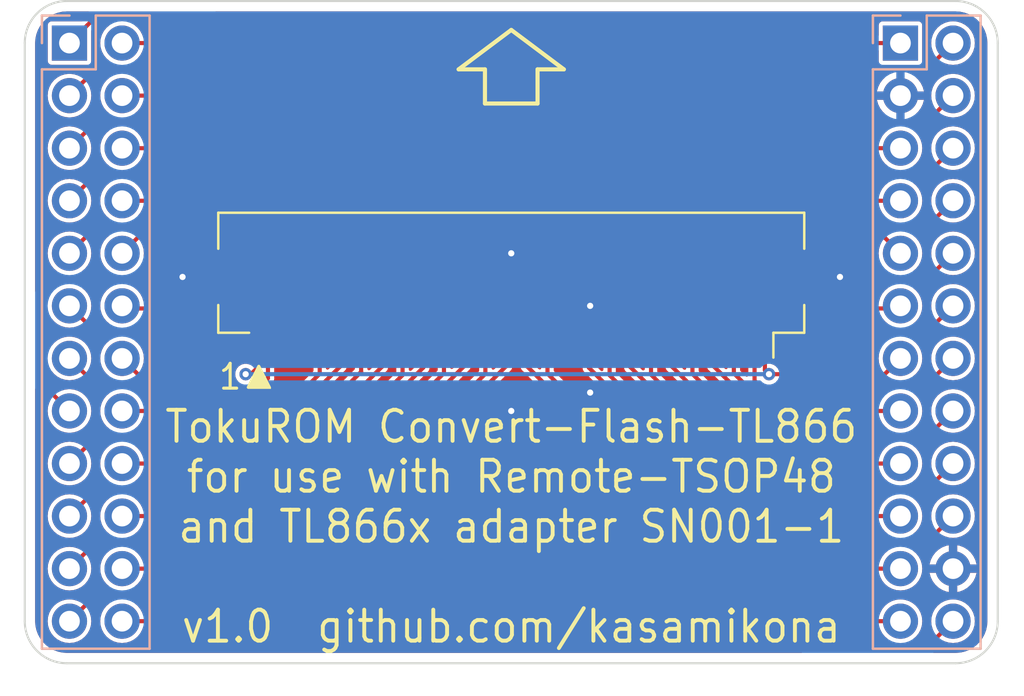
<source format=kicad_pcb>
(kicad_pcb (version 20221018) (generator pcbnew)
  (title_block (title "TokuROM Convert-Flash-TL866") (rev "1.0") (company "github.com/kasamikona/TokuROM"))
  (layers (0 "F.Cu" signal) (31 "B.Cu" signal) (34 "B.Paste" user) (35 "F.Paste" user) (36 "B.SilkS" user "B.Silkscreen") (37 "F.SilkS" user "F.Silkscreen") (38 "B.Mask" user) (39 "F.Mask" user) (44 "Edge.Cuts" user))
  (net 0 "")
  (net 1 "/A17")
  (net 2 "/A8")
  (net 3 "/A7")
  (net 4 "/A9")
  (net 5 "/A6")
  (net 6 "/A10")
  (net 7 "/A5")
  (net 8 "/A11")
  (net 9 "/A4")
  (net 10 "/A12")
  (net 11 "/A3")
  (net 12 "/A13")
  (net 13 "/A2")
  (net 14 "/A14")
  (net 15 "/A1")
  (net 16 "/A15")
  (net 17 "/A0")
  (net 18 "/A16")
  (net 19 "/CE")
  (net 20 "/BYTE")
  (net 21 "/GND")
  (net 22 "/OE")
  (net 23 "/D15")
  (net 24 "/D0")
  (net 25 "/D7")
  (net 26 "/D8")
  (net 27 "/D14")
  (net 28 "/D1")
  (net 29 "/D6")
  (net 30 "/D9")
  (net 31 "/D13")
  (net 32 "/D2")
  (net 33 "/D5")
  (net 34 "/D10")
  (net 35 "/D12")
  (net 36 "/D3")
  (net 37 "/D4")
  (net 38 "/D11")
  (net 39 "/VCC")
  (net 40 "/_RYBY")
  (net 41 "/A21")
  (net 42 "/A18")
  (net 43 "/A19")
  (net 44 "/A20")
  (net 45 "/_RESET")
  (net 47 "/_WE")
  (net 48 "/_WPACC")
  (footprint "Tokurom-Parts:FFC-50" (layer "F.Cu") (at 38.1 29.21 180)
    (fp_text reference "J1" hide)
    (fp_text value "FFC-50")
    (fp_line (start -14.15 -1.3) (end -14.15 0.04) (stroke (width 0.12)) (layer "F.SilkS"))
    (fp_line (start -14.15 2.76) (end -14.15 4.5) (stroke (width 0.12)) (layer "F.SilkS"))
    (fp_line (start -14.15 4.5) (end 14.15 4.5) (stroke (width 0.12)) (layer "F.SilkS"))
    (fp_line (start -12.66 -1.3) (end -14.15 -1.3) (stroke (width 0.12)) (layer "F.SilkS"))
    (fp_line (start -12.66 -1.3) (end -12.66 -2.5) (stroke (width 0.12)) (layer "F.SilkS"))
    (fp_line (start 12.66 -1.3) (end 14.15 -1.3) (stroke (width 0.12)) (layer "F.SilkS"))
    (fp_line (start 14.15 -1.3) (end 14.15 0.04) (stroke (width 0.12)) (layer "F.SilkS"))
    (fp_line (start 14.15 4.5) (end 14.15 2.76) (stroke (width 0.12)) (layer "F.SilkS"))
    (pad "1" smd rect (at -12.25 -1.85 180) (size 0.3 1.3) (layers "F.Cu" "F.Paste" "F.Mask") (net 39 "/VCC"))
    (pad "2" smd rect (at -11.75 -1.85 180) (size 0.3 1.3) (layers "F.Cu" "F.Paste" "F.Mask") (net 38 "/D11"))
    (pad "3" smd rect (at -11.25 -1.85 180) (size 0.3 1.3) (layers "F.Cu" "F.Paste" "F.Mask") (net 37 "/D4"))
    (pad "4" smd rect (at -10.75 -1.85 180) (size 0.3 1.3) (layers "F.Cu" "F.Paste" "F.Mask") (net 36 "/D3"))
    (pad "5" smd rect (at -10.25 -1.85 180) (size 0.3 1.3) (layers "F.Cu" "F.Paste" "F.Mask") (net 35 "/D12"))
    (pad "6" smd rect (at -9.75 -1.85 180) (size 0.3 1.3) (layers "F.Cu" "F.Paste" "F.Mask") (net 34 "/D10"))
    (pad "7" smd rect (at -9.25 -1.85 180) (size 0.3 1.3) (layers "F.Cu" "F.Paste" "F.Mask") (net 33 "/D5"))
    (pad "8" smd rect (at -8.75 -1.85 180) (size 0.3 1.3) (layers "F.Cu" "F.Paste" "F.Mask") (net 32 "/D2"))
    (pad "9" smd rect (at -8.25 -1.85 180) (size 0.3 1.3) (layers "F.Cu" "F.Paste" "F.Mask") (net 31 "/D13"))
    (pad "10" smd rect (at -7.75 -1.85 180) (size 0.3 1.3) (layers "F.Cu" "F.Paste" "F.Mask") (net 30 "/D9"))
    (pad "11" smd rect (at -7.25 -1.85 180) (size 0.3 1.3) (layers "F.Cu" "F.Paste" "F.Mask") (net 29 "/D6"))
    (pad "12" smd rect (at -6.75 -1.85 180) (size 0.3 1.3) (layers "F.Cu" "F.Paste" "F.Mask") (net 28 "/D1"))
    (pad "13" smd rect (at -6.25 -1.85 180) (size 0.3 1.3) (layers "F.Cu" "F.Paste" "F.Mask") (net 27 "/D14"))
    (pad "14" smd rect (at -5.75 -1.85 180) (size 0.3 1.3) (layers "F.Cu" "F.Paste" "F.Mask") (net 26 "/D8"))
    (pad "15" smd rect (at -5.25 -1.85 180) (size 0.3 1.3) (layers "F.Cu" "F.Paste" "F.Mask") (net 25 "/D7"))
    (pad "16" smd rect (at -4.75 -1.85 180) (size 0.3 1.3) (layers "F.Cu" "F.Paste" "F.Mask") (net 24 "/D0"))
    (pad "17" smd rect (at -4.25 -1.85 180) (size 0.3 1.3) (layers "F.Cu" "F.Paste" "F.Mask") (net 23 "/D15"))
    (pad "18" smd rect (at -3.75 -1.85 180) (size 0.3 1.3) (layers "F.Cu" "F.Paste" "F.Mask") (net 22 "/OE"))
    (pad "19" smd rect (at -3.25 -1.85 180) (size 0.3 1.3) (layers "F.Cu" "F.Paste" "F.Mask") (net 21 "/GND"))
    (pad "20" smd rect (at -2.75 -1.85 180) (size 0.3 1.3) (layers "F.Cu" "F.Paste" "F.Mask") (net 21 "/GND"))
    (pad "21" smd rect (at -2.25 -1.85 180) (size 0.3 1.3) (layers "F.Cu" "F.Paste" "F.Mask") (net 20 "/BYTE"))
    (pad "22" smd rect (at -1.75 -1.85 180) (size 0.3 1.3) (layers "F.Cu" "F.Paste" "F.Mask") (net 19 "/CE"))
    (pad "23" smd rect (at -1.25 -1.85 180) (size 0.3 1.3) (layers "F.Cu" "F.Paste" "F.Mask") (net 18 "/A16"))
    (pad "24" smd rect (at -0.75 -1.85 180) (size 0.3 1.3) (layers "F.Cu" "F.Paste" "F.Mask") (net 17 "/A0"))
    (pad "25" smd rect (at -0.25 -1.85 180) (size 0.3 1.3) (layers "F.Cu" "F.Paste" "F.Mask") (net 16 "/A15"))
    (pad "26" smd rect (at 0.25 -1.85 180) (size 0.3 1.3) (layers "F.Cu" "F.Paste" "F.Mask") (net 15 "/A1"))
    (pad "27" smd rect (at 0.75 -1.85 180) (size 0.3 1.3) (layers "F.Cu" "F.Paste" "F.Mask") (net 14 "/A14"))
    (pad "28" smd rect (at 1.25 -1.85 180) (size 0.3 1.3) (layers "F.Cu" "F.Paste" "F.Mask") (net 13 "/A2"))
    (pad "29" smd rect (at 1.75 -1.85 180) (size 0.3 1.3) (layers "F.Cu" "F.Paste" "F.Mask") (net 12 "/A13"))
    (pad "30" smd rect (at 2.25 -1.85 180) (size 0.3 1.3) (layers "F.Cu" "F.Paste" "F.Mask") (net 11 "/A3"))
    (pad "31" smd rect (at 2.75 -1.85 180) (size 0.3 1.3) (layers "F.Cu" "F.Paste" "F.Mask") (net 10 "/A12"))
    (pad "32" smd rect (at 3.25 -1.85 180) (size 0.3 1.3) (layers "F.Cu" "F.Paste" "F.Mask") (net 9 "/A4"))
    (pad "33" smd rect (at 3.75 -1.85 180) (size 0.3 1.3) (layers "F.Cu" "F.Paste" "F.Mask") (net 8 "/A11"))
    (pad "34" smd rect (at 4.25 -1.85 180) (size 0.3 1.3) (layers "F.Cu" "F.Paste" "F.Mask") (net 7 "/A5"))
    (pad "35" smd rect (at 4.75 -1.85 180) (size 0.3 1.3) (layers "F.Cu" "F.Paste" "F.Mask") (net 6 "/A10"))
    (pad "36" smd rect (at 5.25 -1.85 180) (size 0.3 1.3) (layers "F.Cu" "F.Paste" "F.Mask") (net 5 "/A6"))
    (pad "37" smd rect (at 5.75 -1.85 180) (size 0.3 1.3) (layers "F.Cu" "F.Paste" "F.Mask") (net 4 "/A9"))
    (pad "38" smd rect (at 6.25 -1.85 180) (size 0.3 1.3) (layers "F.Cu" "F.Paste" "F.Mask") (net 3 "/A7"))
    (pad "39" smd rect (at 6.75 -1.85 180) (size 0.3 1.3) (layers "F.Cu" "F.Paste" "F.Mask") (net 2 "/A8"))
    (pad "40" smd rect (at 7.25 -1.85 180) (size 0.3 1.3) (layers "F.Cu" "F.Paste" "F.Mask") (net 1 "/A17"))
    (pad "41" smd rect (at 7.75 -1.85 180) (size 0.3 1.3) (layers "F.Cu" "F.Paste" "F.Mask") (net 43 "/A19"))
    (pad "42" smd rect (at 8.25 -1.85 180) (size 0.3 1.3) (layers "F.Cu" "F.Paste" "F.Mask") (net 42 "/A18"))
    (pad "43" smd rect (at 8.75 -1.85 180) (size 0.3 1.3) (layers "F.Cu" "F.Paste" "F.Mask") (net 44 "/A20"))
    (pad "44" smd rect (at 9.25 -1.85 180) (size 0.3 1.3) (layers "F.Cu" "F.Paste" "F.Mask") (net 41 "/A21"))
    (pad "45" smd rect (at 9.75 -1.85 180) (size 0.3 1.3) (layers "F.Cu" "F.Paste" "F.Mask"))
    (pad "46" smd rect (at 10.25 -1.85 180) (size 0.3 1.3) (layers "F.Cu" "F.Paste" "F.Mask") (net 40 "/_RYBY"))
    (pad "47" smd rect (at 10.75 -1.85 180) (size 0.3 1.3) (layers "F.Cu" "F.Paste" "F.Mask") (net 45 "/_RESET"))
    (pad "48" smd rect (at 11.25 -1.85 180) (size 0.3 1.3) (layers "F.Cu" "F.Paste" "F.Mask") (net 47 "/_WE"))
    (pad "49" smd rect (at 11.75 -1.85 180) (size 0.3 1.3) (layers "F.Cu" "F.Paste" "F.Mask") (net 48 "/_WPACC"))
    (pad "50" smd rect (at 12.25 -1.85 180) (size 0.3 1.3) (layers "F.Cu" "F.Paste" "F.Mask") (net 39 "/VCC"))
    (pad "MP" smd rect (at -14.15 1.4 180) (size 1.8 2.2) (layers "F.Cu" "F.Paste" "F.Mask") (net 21 "/GND"))
    (pad "MP" smd rect (at 14.15 1.4 180) (size 1.8 2.2) (layers "F.Cu" "F.Paste" "F.Mask") (net 21 "/GND"))
  )
  (footprint "Connector_PinSocket_2.54mm:PinSocket_2x12_P2.54mm_Vertical" (layer "B.Cu") (at 16.764 16.51 180)
    (fp_text reference "J2" hide)
    (fp_text value "XG-TSOP-L")
    (fp_line (start -3.87 -29.27) (end 1.33 -29.27) (stroke (width 0.12)) (layer "B.SilkS"))
    (fp_line (start -3.87 1.33) (end -3.87 -29.27) (stroke (width 0.12)) (layer "B.SilkS"))
    (fp_line (start -3.87 1.33) (end -1.27 1.33) (stroke (width 0.12)) (layer "B.SilkS"))
    (fp_line (start -1.27 -1.27) (end 1.33 -1.27) (stroke (width 0.12)) (layer "B.SilkS"))
    (fp_line (start -1.27 1.33) (end -1.27 -1.27) (stroke (width 0.12)) (layer "B.SilkS"))
    (fp_line (start 0 1.33) (end 1.33 1.33) (stroke (width 0.12)) (layer "B.SilkS"))
    (fp_line (start 1.33 -1.27) (end 1.33 -29.27) (stroke (width 0.12)) (layer "B.SilkS"))
    (fp_line (start 1.33 1.33) (end 1.33 0) (stroke (width 0.12)) (layer "B.SilkS"))
    (pad "1" thru_hole rect (at 0 0 180) (size 1.7 1.7) (drill 1) (layers "*.Cu" "*.Mask") (net 16 "/A15"))
    (pad "2" thru_hole oval (at -2.54 0 180) (size 1.7 1.7) (drill 1) (layers "*.Cu" "*.Mask") (net 14 "/A14"))
    (pad "3" thru_hole oval (at 0 -2.54 180) (size 1.7 1.7) (drill 1) (layers "*.Cu" "*.Mask") (net 12 "/A13"))
    (pad "4" thru_hole oval (at -2.54 -2.54 180) (size 1.7 1.7) (drill 1) (layers "*.Cu" "*.Mask") (net 10 "/A12"))
    (pad "5" thru_hole oval (at 0 -5.08 180) (size 1.7 1.7) (drill 1) (layers "*.Cu" "*.Mask") (net 8 "/A11"))
    (pad "6" thru_hole oval (at -2.54 -5.08 180) (size 1.7 1.7) (drill 1) (layers "*.Cu" "*.Mask") (net 6 "/A10"))
    (pad "7" thru_hole oval (at 0 -7.62 180) (size 1.7 1.7) (drill 1) (layers "*.Cu" "*.Mask") (net 4 "/A9"))
    (pad "8" thru_hole oval (at -2.54 -7.62 180) (size 1.7 1.7) (drill 1) (layers "*.Cu" "*.Mask") (net 2 "/A8"))
    (pad "9" thru_hole oval (at 0 -10.16 180) (size 1.7 1.7) (drill 1) (layers "*.Cu" "*.Mask") (net 43 "/A19"))
    (pad "10" thru_hole oval (at -2.54 -10.16 180) (size 1.7 1.7) (drill 1) (layers "*.Cu" "*.Mask") (net 44 "/A20"))
    (pad "11" thru_hole oval (at 0 -12.7 180) (size 1.7 1.7) (drill 1) (layers "*.Cu" "*.Mask") (net 47 "/_WE"))
    (pad "12" thru_hole oval (at -2.54 -12.7 180) (size 1.7 1.7) (drill 1) (layers "*.Cu" "*.Mask") (net 45 "/_RESET"))
    (pad "13" thru_hole oval (at 0 -15.24 180) (size 1.7 1.7) (drill 1) (layers "*.Cu" "*.Mask") (net 41 "/A21"))
    (pad "14" thru_hole oval (at -2.54 -15.24 180) (size 1.7 1.7) (drill 1) (layers "*.Cu" "*.Mask") (net 48 "/_WPACC"))
    (pad "15" thru_hole oval (at 0 -17.78 180) (size 1.7 1.7) (drill 1) (layers "*.Cu" "*.Mask") (net 40 "/_RYBY"))
    (pad "16" thru_hole oval (at -2.54 -17.78 180) (size 1.7 1.7) (drill 1) (layers "*.Cu" "*.Mask") (net 42 "/A18"))
    (pad "17" thru_hole oval (at 0 -20.32 180) (size 1.7 1.7) (drill 1) (layers "*.Cu" "*.Mask") (net 1 "/A17"))
    (pad "18" thru_hole oval (at -2.54 -20.32 180) (size 1.7 1.7) (drill 1) (layers "*.Cu" "*.Mask") (net 3 "/A7"))
    (pad "19" thru_hole oval (at 0 -22.86 180) (size 1.7 1.7) (drill 1) (layers "*.Cu" "*.Mask") (net 5 "/A6"))
    (pad "20" thru_hole oval (at -2.54 -22.86 180) (size 1.7 1.7) (drill 1) (layers "*.Cu" "*.Mask") (net 7 "/A5"))
    (pad "21" thru_hole oval (at 0 -25.4 180) (size 1.7 1.7) (drill 1) (layers "*.Cu" "*.Mask") (net 9 "/A4"))
    (pad "22" thru_hole oval (at -2.54 -25.4 180) (size 1.7 1.7) (drill 1) (layers "*.Cu" "*.Mask") (net 11 "/A3"))
    (pad "23" thru_hole oval (at 0 -27.94 180) (size 1.7 1.7) (drill 1) (layers "*.Cu" "*.Mask") (net 13 "/A2"))
    (pad "24" thru_hole oval (at -2.54 -27.94 180) (size 1.7 1.7) (drill 1) (layers "*.Cu" "*.Mask") (net 15 "/A1"))
  )
  (footprint "Connector_PinSocket_2.54mm:PinSocket_2x12_P2.54mm_Vertical" (layer "B.Cu") (at 56.896 16.51 180)
    (fp_text reference "J3" hide)
    (fp_text value "XG-TSOP-R")
    (fp_line (start -3.87 -29.27) (end 1.33 -29.27) (stroke (width 0.12)) (layer "B.SilkS"))
    (fp_line (start -3.87 1.33) (end -3.87 -29.27) (stroke (width 0.12)) (layer "B.SilkS"))
    (fp_line (start -3.87 1.33) (end -1.27 1.33) (stroke (width 0.12)) (layer "B.SilkS"))
    (fp_line (start -1.27 -1.27) (end 1.33 -1.27) (stroke (width 0.12)) (layer "B.SilkS"))
    (fp_line (start -1.27 1.33) (end -1.27 -1.27) (stroke (width 0.12)) (layer "B.SilkS"))
    (fp_line (start 0 1.33) (end 1.33 1.33) (stroke (width 0.12)) (layer "B.SilkS"))
    (fp_line (start 1.33 -1.27) (end 1.33 -29.27) (stroke (width 0.12)) (layer "B.SilkS"))
    (fp_line (start 1.33 1.33) (end 1.33 0) (stroke (width 0.12)) (layer "B.SilkS"))
    (pad "1" thru_hole rect (at 0 0 180) (size 1.7 1.7) (drill 1) (layers "*.Cu" "*.Mask") (net 18 "/A16"))
    (pad "2" thru_hole oval (at -2.54 0 180) (size 1.7 1.7) (drill 1) (layers "*.Cu" "*.Mask") (net 20 "/BYTE"))
    (pad "3" thru_hole oval (at 0 -2.54 180) (size 1.7 1.7) (drill 1) (layers "*.Cu" "*.Mask") (net 21 "/GND"))
    (pad "4" thru_hole oval (at -2.54 -2.54 180) (size 1.7 1.7) (drill 1) (layers "*.Cu" "*.Mask") (net 23 "/D15"))
    (pad "5" thru_hole oval (at 0 -5.08 180) (size 1.7 1.7) (drill 1) (layers "*.Cu" "*.Mask") (net 25 "/D7"))
    (pad "6" thru_hole oval (at -2.54 -5.08 180) (size 1.7 1.7) (drill 1) (layers "*.Cu" "*.Mask") (net 27 "/D14"))
    (pad "7" thru_hole oval (at 0 -7.62 180) (size 1.7 1.7) (drill 1) (layers "*.Cu" "*.Mask") (net 29 "/D6"))
    (pad "8" thru_hole oval (at -2.54 -7.62 180) (size 1.7 1.7) (drill 1) (layers "*.Cu" "*.Mask") (net 31 "/D13"))
    (pad "9" thru_hole oval (at 0 -10.16 180) (size 1.7 1.7) (drill 1) (layers "*.Cu" "*.Mask") (net 33 "/D5"))
    (pad "10" thru_hole oval (at -2.54 -10.16 180) (size 1.7 1.7) (drill 1) (layers "*.Cu" "*.Mask") (net 35 "/D12"))
    (pad "11" thru_hole oval (at 0 -12.7 180) (size 1.7 1.7) (drill 1) (layers "*.Cu" "*.Mask") (net 37 "/D4"))
    (pad "12" thru_hole oval (at -2.54 -12.7 180) (size 1.7 1.7) (drill 1) (layers "*.Cu" "*.Mask") (net 39 "/VCC"))
    (pad "13" thru_hole oval (at 0 -15.24 180) (size 1.7 1.7) (drill 1) (layers "*.Cu" "*.Mask") (net 38 "/D11"))
    (pad "14" thru_hole oval (at -2.54 -15.24 180) (size 1.7 1.7) (drill 1) (layers "*.Cu" "*.Mask") (net 36 "/D3"))
    (pad "15" thru_hole oval (at 0 -17.78 180) (size 1.7 1.7) (drill 1) (layers "*.Cu" "*.Mask") (net 34 "/D10"))
    (pad "16" thru_hole oval (at -2.54 -17.78 180) (size 1.7 1.7) (drill 1) (layers "*.Cu" "*.Mask") (net 32 "/D2"))
    (pad "17" thru_hole oval (at 0 -20.32 180) (size 1.7 1.7) (drill 1) (layers "*.Cu" "*.Mask") (net 30 "/D9"))
    (pad "18" thru_hole oval (at -2.54 -20.32 180) (size 1.7 1.7) (drill 1) (layers "*.Cu" "*.Mask") (net 28 "/D1"))
    (pad "19" thru_hole oval (at 0 -22.86 180) (size 1.7 1.7) (drill 1) (layers "*.Cu" "*.Mask") (net 26 "/D8"))
    (pad "20" thru_hole oval (at -2.54 -22.86 180) (size 1.7 1.7) (drill 1) (layers "*.Cu" "*.Mask") (net 24 "/D0"))
    (pad "21" thru_hole oval (at 0 -25.4 180) (size 1.7 1.7) (drill 1) (layers "*.Cu" "*.Mask") (net 22 "/OE"))
    (pad "22" thru_hole oval (at -2.54 -25.4 180) (size 1.7 1.7) (drill 1) (layers "*.Cu" "*.Mask") (net 21 "/GND"))
    (pad "23" thru_hole oval (at 0 -27.94 180) (size 1.7 1.7) (drill 1) (layers "*.Cu" "*.Mask") (net 19 "/CE"))
    (pad "24" thru_hole oval (at -2.54 -27.94 180) (size 1.7 1.7) (drill 1) (layers "*.Cu" "*.Mask") (net 17 "/A0"))
  )
  (gr_line (start 39.37 17.78) (end 40.64 17.78) (stroke (width 0.2)) (layer "F.SilkS"))
  (gr_line (start 39.37 17.78) (end 39.37 19.431) (stroke (width 0.2)) (layer "F.SilkS"))
  (gr_poly (pts (xy 25.908 32.131) (xy 25.4 33.147) (xy 26.416 33.147)) (stroke (width 0.15)) (fill solid) (layer "F.SilkS"))
  (gr_line (start 39.37 19.431) (end 36.83 19.431) (stroke (width 0.2)) (layer "F.SilkS"))
  (gr_line (start 40.64 17.78) (end 38.1 15.875) (stroke (width 0.2)) (layer "F.SilkS"))
  (gr_line (start 38.1 15.875) (end 35.56 17.78) (stroke (width 0.2)) (layer "F.SilkS"))
  (gr_line (start 36.83 17.78) (end 36.83 19.431) (stroke (width 0.2)) (layer "F.SilkS"))
  (gr_line (start 35.56 17.78) (end 36.83 17.78) (stroke (width 0.2)) (layer "F.SilkS"))
  (gr_line (start 16.637 14.478) (end 59.563 14.478) (stroke (width 0.1)) (layer "Edge.Cuts"))
  (gr_arc (start 14.605 16.51) (mid 15.200159 15.073159) (end 16.637 14.478) (stroke (width 0.1)) (layer "Edge.Cuts"))
  (gr_line (start 14.605 44.45) (end 14.605 16.51) (stroke (width 0.1)) (layer "Edge.Cuts"))
  (gr_line (start 61.595 16.51) (end 61.595 44.45) (stroke (width 0.1)) (layer "Edge.Cuts"))
  (gr_line (start 59.563 46.482) (end 16.637 46.482) (stroke (width 0.1)) (layer "Edge.Cuts"))
  (gr_arc (start 59.563 14.478) (mid 60.999841 15.073159) (end 61.595 16.51) (stroke (width 0.1)) (layer "Edge.Cuts"))
  (gr_arc (start 61.595 44.45) (mid 60.999841 45.886841) (end 59.563 46.482) (stroke (width 0.1)) (layer "Edge.Cuts"))
  (gr_arc (start 16.637 46.482) (mid 15.200159 45.886841) (end 14.605 44.45) (stroke (width 0.1)) (layer "Edge.Cuts"))
  (gr_text "TokuROM Convert-Flash-TL866\nfor use with Remote-TSOP48\nand TL866x adapter SN001-1\n\nv${REVISION}  github.com/kasamikona" (at 38.1 39.878) (layer "F.SilkS") (effects (font (size 1.5 1.4) (thickness 0.188))))
  (gr_text "1" (at 25.146 32.639) (layer "F.SilkS") (effects (font (size 1.2 1.1)) (justify right)))
  (segment (start 18.034 35.56) (end 16.764 36.83) (width 0.2) (layer "F.Cu") (net 1))
  (segment (start 27.686 35.56) (end 18.034 35.56) (width 0.2) (layer "F.Cu") (net 1))
  (segment (start 30.85 31.06) (end 30.85 32.396) (width 0.2) (layer "F.Cu") (net 1))
  (segment (start 30.85 32.396) (end 27.686 35.56) (width 0.2) (layer "F.Cu") (net 1))
  (segment (start 19.304 24.13) (end 25.781 24.13) (width 0.2) (layer "F.Cu") (net 2))
  (segment (start 31.35 29.699) (end 31.35 31.06) (width 0.2) (layer "F.Cu") (net 2))
  (segment (start 25.781 24.13) (end 31.35 29.699) (width 0.2) (layer "F.Cu") (net 2))
  (segment (start 31.85 32.158) (end 27.178 36.83) (width 0.2) (layer "F.Cu") (net 3))
  (segment (start 27.178 36.83) (end 19.304 36.83) (width 0.2) (layer "F.Cu") (net 3))
  (segment (start 31.85 31.06) (end 31.85 32.158) (width 0.2) (layer "F.Cu") (net 3))
  (segment (start 25.146 22.86) (end 32.35 30.064) (width 0.2) (layer "F.Cu") (net 4))
  (segment (start 32.35 30.064) (end 32.35 31.06) (width 0.2) (layer "F.Cu") (net 4))
  (segment (start 18.034 22.86) (end 25.146 22.86) (width 0.2) (layer "F.Cu") (net 4))
  (segment (start 16.764 24.13) (end 18.034 22.86) (width 0.2) (layer "F.Cu") (net 4))
  (segment (start 18.034 38.1) (end 16.764 39.37) (width 0.2) (layer "F.Cu") (net 5))
  (segment (start 27.305 38.1) (end 18.034 38.1) (width 0.2) (layer "F.Cu") (net 5))
  (segment (start 32.85 32.555) (end 27.305 38.1) (width 0.2) (layer "F.Cu") (net 5))
  (segment (start 32.85 31.06) (end 32.85 32.555) (width 0.2) (layer "F.Cu") (net 5))
  (segment (start 25.273 21.59) (end 33.35 29.667) (width 0.2) (layer "F.Cu") (net 6))
  (segment (start 19.304 21.59) (end 25.273 21.59) (width 0.2) (layer "F.Cu") (net 6))
  (segment (start 33.35 29.667) (end 33.35 31.06) (width 0.2) (layer "F.Cu") (net 6))
  (segment (start 33.85 31.06) (end 33.85 32.19) (width 0.2) (layer "F.Cu") (net 7))
  (segment (start 26.67 39.37) (end 19.304 39.37) (width 0.2) (layer "F.Cu") (net 7))
  (segment (start 33.85 32.19) (end 26.67 39.37) (width 0.2) (layer "F.Cu") (net 7))
  (segment (start 18.034 20.32) (end 24.638 20.32) (width 0.2) (layer "F.Cu") (net 8))
  (segment (start 24.638 20.32) (end 34.35 30.032) (width 0.2) (layer "F.Cu") (net 8))
  (segment (start 34.35 30.032) (end 34.35 31.06) (width 0.2) (layer "F.Cu") (net 8))
  (segment (start 16.764 21.59) (end 18.034 20.32) (width 0.2) (layer "F.Cu") (net 8))
  (segment (start 34.85 31.06) (end 34.85 32.46) (width 0.2) (layer "F.Cu") (net 9))
  (segment (start 18.034 40.64) (end 16.764 41.91) (width 0.2) (layer "F.Cu") (net 9))
  (segment (start 26.67 40.64) (end 18.034 40.64) (width 0.2) (layer "F.Cu") (net 9))
  (segment (start 34.85 32.46) (end 26.67 40.64) (width 0.2) (layer "F.Cu") (net 9))
  (segment (start 19.304 19.05) (end 24.765 19.05) (width 0.2) (layer "F.Cu") (net 10))
  (segment (start 35.35 29.635) (end 35.35 31.06) (width 0.2) (layer "F.Cu") (net 10))
  (segment (start 24.765 19.05) (end 35.35 29.635) (width 0.2) (layer "F.Cu") (net 10))
  (segment (start 35.85 32.095) (end 26.035 41.91) (width 0.2) (layer "F.Cu") (net 11))
  (segment (start 35.85 31.06) (end 35.85 32.095) (width 0.2) (layer "F.Cu") (net 11))
  (segment (start 26.035 41.91) (end 19.304 41.91) (width 0.2) (layer "F.Cu") (net 11))
  (segment (start 18.034 17.78) (end 24.13 17.78) (width 0.2) (layer "F.Cu") (net 12))
  (segment (start 36.35 30) (end 36.35 31.06) (width 0.2) (layer "F.Cu") (net 12))
  (segment (start 24.13 17.78) (end 36.35 30) (width 0.2) (layer "F.Cu") (net 12))
  (segment (start 16.764 19.05) (end 18.034 17.78) (width 0.2) (layer "F.Cu") (net 12))
  (segment (start 26.162 43.18) (end 18.034 43.18) (width 0.2) (layer "F.Cu") (net 13))
  (segment (start 36.85 31.06) (end 36.85 32.492) (width 0.2) (layer "F.Cu") (net 13))
  (segment (start 18.034 43.18) (end 16.764 44.45) (width 0.2) (layer "F.Cu") (net 13))
  (segment (start 36.85 32.492) (end 26.162 43.18) (width 0.2) (layer "F.Cu") (net 13))
  (segment (start 19.304 16.51) (end 24.13 16.51) (width 0.2) (layer "F.Cu") (net 14))
  (segment (start 37.35 29.73) (end 37.35 31.06) (width 0.2) (layer "F.Cu") (net 14))
  (segment (start 24.13 16.51) (end 37.35 29.73) (width 0.2) (layer "F.Cu") (net 14))
  (segment (start 37.85 32.127) (end 25.527 44.45) (width 0.2) (layer "F.Cu") (net 15))
  (segment (start 25.527 44.45) (end 19.304 44.45) (width 0.2) (layer "F.Cu") (net 15))
  (segment (start 37.85 31.06) (end 37.85 32.127) (width 0.2) (layer "F.Cu") (net 15))
  (segment (start 38.35 30.095) (end 38.35 31.06) (width 0.2) (layer "F.Cu") (net 16))
  (segment (start 18.034 15.24) (end 23.495 15.24) (width 0.2) (layer "F.Cu") (net 16))
  (segment (start 16.764 16.51) (end 18.034 15.24) (width 0.2) (layer "F.Cu") (net 16))
  (segment (start 23.495 15.24) (end 38.35 30.095) (width 0.2) (layer "F.Cu") (net 16))
  (segment (start 52.451 45.72) (end 58.166 45.72) (width 0.2) (layer "F.Cu") (net 17))
  (segment (start 38.85 31.06) (end 38.85 32.119) (width 0.2) (layer "F.Cu") (net 17))
  (segment (start 38.85 32.119) (end 52.451 45.72) (width 0.2) (layer "F.Cu") (net 17))
  (segment (start 58.166 45.72) (end 59.436 44.45) (width 0.2) (layer "F.Cu") (net 17))
  (segment (start 39.35 29.992) (end 39.35 31.06) (width 0.2) (layer "F.Cu") (net 18))
  (segment (start 56.896 16.51) (end 52.832 16.51) (width 0.2) (layer "F.Cu") (net 18))
  (segment (start 52.832 16.51) (end 39.35 29.992) (width 0.2) (layer "F.Cu") (net 18))
  (segment (start 39.85 32.484) (end 51.816 44.45) (width 0.2) (layer "F.Cu") (net 19))
  (segment (start 51.816 44.45) (end 56.896 44.45) (width 0.2) (layer "F.Cu") (net 19))
  (segment (start 39.85 31.06) (end 39.85 32.484) (width 0.2) (layer "F.Cu") (net 19))
  (segment (start 40.35 31.06) (end 40.35 29.627) (width 0.2) (layer "F.Cu") (net 20))
  (segment (start 58.166 17.78) (end 59.436 16.51) (width 0.2) (layer "F.Cu") (net 20))
  (segment (start 52.197 17.78) (end 58.166 17.78) (width 0.2) (layer "F.Cu") (net 20))
  (segment (start 40.35 29.627) (end 52.197 17.78) (width 0.2) (layer "F.Cu") (net 20))
  (via (at 38.1 26.67) (size 0.6) (drill 0.3) (layers "F.Cu" "B.Cu") (net 21))
  (via (at 38.1 34.29) (size 0.6) (drill 0.3) (layers "F.Cu" "B.Cu") (net 21))
  (via (at 22.225 27.813) (size 0.6) (drill 0.3) (layers "F.Cu" "B.Cu") (net 21))
  (via (at 41.91 33.401) (size 0.6) (drill 0.3) (layers "F.Cu" "B.Cu") (net 21))
  (via (at 41.91 29.21) (size 0.6) (drill 0.3) (layers "F.Cu" "B.Cu") (net 21))
  (via (at 53.975 27.813) (size 0.6) (drill 0.3) (layers "F.Cu" "B.Cu") (net 21))
  (segment (start 41.85 31.06) (end 41.85 32.198) (width 0.2) (layer "F.Cu") (net 22))
  (segment (start 51.562 41.91) (end 56.896 41.91) (width 0.2) (layer "F.Cu") (net 22))
  (segment (start 41.85 32.198) (end 51.562 41.91) (width 0.2) (layer "F.Cu") (net 22))
  (segment (start 52.07 20.32) (end 42.35 30.04) (width 0.2) (layer "F.Cu") (net 23))
  (segment (start 58.166 20.32) (end 52.07 20.32) (width 0.2) (layer "F.Cu") (net 23))
  (segment (start 42.35 30.04) (end 42.35 31.06) (width 0.2) (layer "F.Cu") (net 23))
  (segment (start 59.436 19.05) (end 58.166 20.32) (width 0.2) (layer "F.Cu") (net 23))
  (segment (start 42.85 31.06) (end 42.85 32.563) (width 0.2) (layer "F.Cu") (net 24))
  (segment (start 42.85 32.563) (end 50.927 40.64) (width 0.2) (layer "F.Cu") (net 24))
  (segment (start 50.927 40.64) (end 58.166 40.64) (width 0.2) (layer "F.Cu") (net 24))
  (segment (start 58.166 40.64) (end 59.436 39.37) (width 0.2) (layer "F.Cu") (net 24))
  (segment (start 51.435 21.59) (end 56.896 21.59) (width 0.2) (layer "F.Cu") (net 25))
  (segment (start 43.35 29.675) (end 51.435 21.59) (width 0.2) (layer "F.Cu") (net 25))
  (segment (start 43.35 31.06) (end 43.35 29.675) (width 0.2) (layer "F.Cu") (net 25))
  (segment (start 43.85 32.166) (end 51.054 39.37) (width 0.2) (layer "F.Cu") (net 26))
  (segment (start 51.054 39.37) (end 56.896 39.37) (width 0.2) (layer "F.Cu") (net 26))
  (segment (start 43.85 31.06) (end 43.85 32.166) (width 0.2) (layer "F.Cu") (net 26))
  (segment (start 59.436 21.59) (end 58.166 22.86) (width 0.2) (layer "F.Cu") (net 27))
  (segment (start 58.166 22.86) (end 51.562 22.86) (width 0.2) (layer "F.Cu") (net 27))
  (segment (start 44.35 30.072) (end 44.35 31.06) (width 0.2) (layer "F.Cu") (net 27))
  (segment (start 51.562 22.86) (end 44.35 30.072) (width 0.2) (layer "F.Cu") (net 27))
  (segment (start 44.85 31.06) (end 44.85 32.531) (width 0.2) (layer "F.Cu") (net 28))
  (segment (start 50.419 38.1) (end 58.166 38.1) (width 0.2) (layer "F.Cu") (net 28))
  (segment (start 58.166 38.1) (end 59.436 36.83) (width 0.2) (layer "F.Cu") (net 28))
  (segment (start 44.85 32.531) (end 50.419 38.1) (width 0.2) (layer "F.Cu") (net 28))
  (segment (start 50.927 24.13) (end 56.896 24.13) (width 0.2) (layer "F.Cu") (net 29))
  (segment (start 45.35 31.06) (end 45.35 29.707) (width 0.2) (layer "F.Cu") (net 29))
  (segment (start 45.35 29.707) (end 50.927 24.13) (width 0.2) (layer "F.Cu") (net 29))
  (segment (start 56.896 36.83) (end 50.546 36.83) (width 0.2) (layer "F.Cu") (net 30))
  (segment (start 45.85 31.06) (end 45.85 32.134) (width 0.2) (layer "F.Cu") (net 30))
  (segment (start 45.85 32.134) (end 50.546 36.83) (width 0.2) (layer "F.Cu") (net 30))
  (segment (start 51.054 25.273) (end 56.261 25.273) (width 0.2) (layer "F.Cu") (net 31))
  (segment (start 56.388 25.4) (end 58.166 25.4) (width 0.2) (layer "F.Cu") (net 31))
  (segment (start 56.261 25.273) (end 56.388 25.4) (width 0.2) (layer "F.Cu") (net 31))
  (segment (start 46.35 29.977) (end 51.054 25.273) (width 0.2) (layer "F.Cu") (net 31))
  (segment (start 58.166 25.4) (end 59.436 24.13) (width 0.2) (layer "F.Cu") (net 31))
  (segment (start 46.35 31.06) (end 46.35 29.977) (width 0.2) (layer "F.Cu") (net 31))
  (segment (start 58.166 35.56) (end 59.436 34.29) (width 0.2) (layer "F.Cu") (net 32))
  (segment (start 46.85 31.06) (end 46.85 32.499) (width 0.2) (layer "F.Cu") (net 32))
  (segment (start 49.911 35.56) (end 58.166 35.56) (width 0.2) (layer "F.Cu") (net 32))
  (segment (start 46.85 32.499) (end 49.911 35.56) (width 0.2) (layer "F.Cu") (net 32))
  (segment (start 47.35 29.612) (end 51.181 25.781) (width 0.2) (layer "F.Cu") (net 33))
  (segment (start 56.007 25.781) (end 56.896 26.67) (width 0.2) (layer "F.Cu") (net 33))
  (segment (start 51.181 25.781) (end 56.007 25.781) (width 0.2) (layer "F.Cu") (net 33))
  (segment (start 47.35 31.06) (end 47.35 29.612) (width 0.2) (layer "F.Cu") (net 33))
  (segment (start 56.896 34.29) (end 50.038 34.29) (width 0.2) (layer "F.Cu") (net 34))
  (segment (start 47.85 31.06) (end 47.85 32.102) (width 0.2) (layer "F.Cu") (net 34))
  (segment (start 47.85 32.102) (end 50.038 34.29) (width 0.2) (layer "F.Cu") (net 34))
  (segment (start 54.737 26.289) (end 56.388 27.94) (width 0.2) (layer "F.Cu") (net 35))
  (segment (start 48.35 31.06) (end 48.35 29.247) (width 0.2) (layer "F.Cu") (net 35))
  (segment (start 56.388 27.94) (end 58.166 27.94) (width 0.2) (layer "F.Cu") (net 35))
  (segment (start 51.308 26.289) (end 54.737 26.289) (width 0.2) (layer "F.Cu") (net 35))
  (segment (start 48.35 29.247) (end 51.308 26.289) (width 0.2) (layer "F.Cu") (net 35))
  (segment (start 58.166 27.94) (end 59.436 26.67) (width 0.2) (layer "F.Cu") (net 35))
  (segment (start 50.165 33.782) (end 55.626 33.782) (width 0.2) (layer "F.Cu") (net 36))
  (segment (start 55.626 33.782) (end 56.388 33.02) (width 0.2) (layer "F.Cu") (net 36))
  (segment (start 58.166 33.02) (end 59.436 31.75) (width 0.2) (layer "F.Cu") (net 36))
  (segment (start 48.85 32.467) (end 50.165 33.782) (width 0.2) (layer "F.Cu") (net 36))
  (segment (start 56.388 33.02) (end 58.166 33.02) (width 0.2) (layer "F.Cu") (net 36))
  (segment (start 48.85 31.06) (end 48.85 32.467) (width 0.2) (layer "F.Cu") (net 36))
  (segment (start 49.35 30.025) (end 50.038 29.337) (width 0.2) (layer "F.Cu") (net 37))
  (segment (start 49.35 31.06) (end 49.35 30.025) (width 0.2) (layer "F.Cu") (net 37))
  (segment (start 56.769 29.337) (end 56.896 29.21) (width 0.2) (layer "F.Cu") (net 37))
  (segment (start 50.038 29.337) (end 56.769 29.337) (width 0.2) (layer "F.Cu") (net 37))
  (segment (start 49.85 31.06) (end 49.85 32.832) (width 0.2) (layer "F.Cu") (net 38))
  (segment (start 49.85 32.832) (end 50.292 33.274) (width 0.2) (layer "F.Cu") (net 38))
  (segment (start 55.372 33.274) (end 56.896 31.75) (width 0.2) (layer "F.Cu") (net 38))
  (segment (start 50.292 33.274) (end 55.372 33.274) (width 0.2) (layer "F.Cu") (net 38))
  (segment (start 50.35 31.06) (end 50.35 32.316) (width 0.2) (layer "F.Cu") (net 39))
  (segment (start 58.166 30.48) (end 56.388 30.48) (width 0.2) (layer "F.Cu") (net 39))
  (segment (start 25.85 32.189) (end 25.85 31.06) (width 0.2) (layer "F.Cu") (net 39))
  (segment (start 25.273 32.512) (end 25.527 32.512) (width 0.2) (layer "F.Cu") (net 39))
  (segment (start 25.527 32.512) (end 25.85 32.189) (width 0.2) (layer "F.Cu") (net 39))
  (segment (start 59.436 29.21) (end 58.166 30.48) (width 0.2) (layer "F.Cu") (net 39))
  (segment (start 54.356 32.512) (end 50.546 32.512) (width 0.2) (layer "F.Cu") (net 39))
  (segment (start 50.35 32.316) (end 50.546 32.512) (width 0.2) (layer "F.Cu") (net 39))
  (segment (start 56.388 30.48) (end 54.356 32.512) (width 0.2) (layer "F.Cu") (net 39))
  (via (at 25.273 32.512) (size 0.6) (drill 0.3) (layers "F.Cu" "B.Cu") (net 39))
  (via (at 50.546 32.512) (size 0.6) (drill 0.3) (layers "F.Cu" "B.Cu") (net 39))
  (segment (start 50.546 32.512) (end 25.273 32.512) (width 0.2) (layer "B.Cu") (net 39))
  (segment (start 15.494 33.02) (end 15.494 28.702) (width 0.2) (layer "F.Cu") (net 40))
  (segment (start 16.256 27.94) (end 19.812 27.94) (width 0.2) (layer "F.Cu") (net 40))
  (segment (start 27.85 28.739) (end 27.85 31.06) (width 0.2) (layer "F.Cu") (net 40))
  (segment (start 19.812 27.94) (end 21.463 26.289) (width 0.2) (layer "F.Cu") (net 40))
  (segment (start 15.494 28.702) (end 16.256 27.94) (width 0.2) (layer "F.Cu") (net 40))
  (segment (start 25.4 26.289) (end 27.85 28.739) (width 0.2) (layer "F.Cu") (net 40))
  (segment (start 21.463 26.289) (end 25.4 26.289) (width 0.2) (layer "F.Cu") (net 40))
  (segment (start 16.764 34.29) (end 15.494 33.02) (width 0.2) (layer "F.Cu") (net 40))
  (segment (start 27.559 33.782) (end 20.574 33.782) (width 0.2) (layer "F.Cu") (net 41))
  (segment (start 18.034 33.02) (end 16.764 31.75) (width 0.2) (layer "F.Cu") (net 41))
  (segment (start 20.574 33.782) (end 19.812 33.02) (width 0.2) (layer "F.Cu") (net 41))
  (segment (start 28.85 31.06) (end 28.85 32.491) (width 0.2) (layer "F.Cu") (net 41))
  (segment (start 19.812 33.02) (end 18.034 33.02) (width 0.2) (layer "F.Cu") (net 41))
  (segment (start 28.85 32.491) (end 27.559 33.782) (width 0.2) (layer "F.Cu") (net 41))
  (segment (start 19.304 34.29) (end 27.686 34.29) (width 0.2) (layer "F.Cu") (net 42))
  (segment (start 29.85 32.126) (end 27.686 34.29) (width 0.2) (layer "F.Cu") (net 42))
  (segment (start 29.85 31.06) (end 29.85 32.126) (width 0.2) (layer "F.Cu") (net 42))
  (segment (start 30.35 29.969) (end 30.35 31.06) (width 0.2) (layer "F.Cu") (net 43))
  (segment (start 19.939 25.273) (end 25.654 25.273) (width 0.2) (layer "F.Cu") (net 43))
  (segment (start 18.034 25.4) (end 19.812 25.4) (width 0.2) (layer "F.Cu") (net 43))
  (segment (start 25.654 25.273) (end 30.35 29.969) (width 0.2) (layer "F.Cu") (net 43))
  (segment (start 16.764 26.67) (end 18.034 25.4) (width 0.2) (layer "F.Cu") (net 43))
  (segment (start 19.812 25.4) (end 19.939 25.273) (width 0.2) (layer "F.Cu") (net 43))
  (segment (start 20.193 25.781) (end 25.527 25.781) (width 0.2) (layer "F.Cu") (net 44))
  (segment (start 19.304 26.67) (end 20.193 25.781) (width 0.2) (layer "F.Cu") (net 44))
  (segment (start 25.527 25.781) (end 29.35 29.604) (width 0.2) (layer "F.Cu") (net 44))
  (segment (start 29.35 29.604) (end 29.35 31.06) (width 0.2) (layer "F.Cu") (net 44))
  (segment (start 27.35 30.017) (end 27.35 31.06) (width 0.2) (layer "F.Cu") (net 45))
  (segment (start 19.431 29.337) (end 26.669999 29.337) (width 0.2) (layer "F.Cu") (net 45))
  (segment (start 26.669999 29.337) (end 27.35 30.017) (width 0.2) (layer "F.Cu") (net 45))
  (segment (start 19.304 29.21) (end 19.431 29.337) (width 0.2) (layer "F.Cu") (net 45))
  (segment (start 26.85 30.082686) (end 26.612314 29.845) (width 0.2) (layer "F.Cu") (net 47))
  (segment (start 18.034 30.48) (end 16.764 29.21) (width 0.2) (layer "F.Cu") (net 47))
  (segment (start 26.85 31.06) (end 26.85 30.082686) (width 0.2) (layer "F.Cu") (net 47))
  (segment (start 20.447 29.845) (end 19.812 30.48) (width 0.2) (layer "F.Cu") (net 47))
  (segment (start 19.812 30.48) (end 18.034 30.48) (width 0.2) (layer "F.Cu") (net 47))
  (segment (start 26.612314 29.845) (end 20.447 29.845) (width 0.2) (layer "F.Cu") (net 47))
  (segment (start 19.304 31.75) (end 20.828 33.274) (width 0.2) (layer "F.Cu") (net 48))
  (segment (start 20.828 33.274) (end 25.781 33.274) (width 0.2) (layer "F.Cu") (net 48))
  (segment (start 25.781 33.274) (end 26.35 32.705) (width 0.2) (layer "F.Cu") (net 48))
  (segment (start 26.35 32.705) (end 26.35 31.06) (width 0.2) (layer "F.Cu") (net 48))
  (zone (net 0) (net_name "") (layer "F.Cu") (connect_pads (clearance 0)) (min_thickness 0.25)
    (keepout (tracks allowed) (vias allowed) (pads allowed) (copperpour not_allowed) (footprints allowed))
    (fill (thermal_gap 0.5) (thermal_bridge_width 0.5))
    (polygon (pts (xy 25.527 30.48) (xy 25.527 31.623) (xy 50.673 31.623) (xy 50.673 30.48)))
  )
  (zone (net 21) (net_name "/GND") (layers "F&B.Cu") (connect_pads (clearance 0.2)) (min_thickness 0.15) (fill yes (thermal_gap 0.3) (thermal_bridge_width 0.4) (island_removal_mode 1) (island_area_min 10))
    (polygon (pts (xy 14.605 14.478) (xy 14.605 46.482) (xy 61.595 46.482) (xy 61.595 14.478)))
  )
)
</source>
